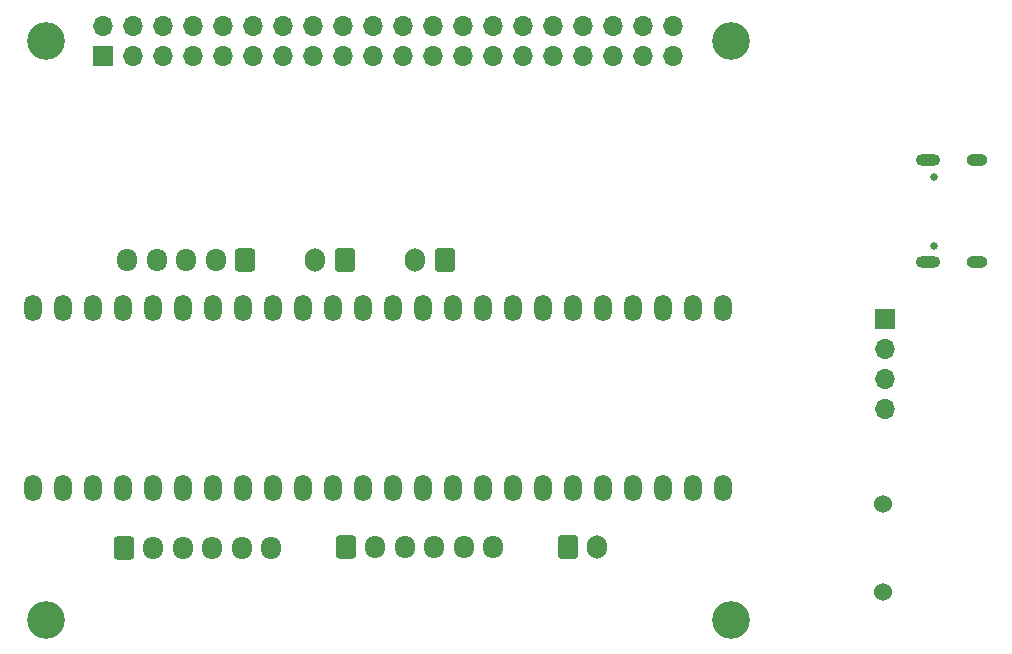
<source format=gbr>
%TF.GenerationSoftware,KiCad,Pcbnew,8.0.8*%
%TF.CreationDate,2025-03-09T10:32:03-07:00*%
%TF.ProjectId,live-video-multi-function-board,6c697665-2d76-4696-9465-6f2d6d756c74,rev?*%
%TF.SameCoordinates,Original*%
%TF.FileFunction,Soldermask,Bot*%
%TF.FilePolarity,Negative*%
%FSLAX46Y46*%
G04 Gerber Fmt 4.6, Leading zero omitted, Abs format (unit mm)*
G04 Created by KiCad (PCBNEW 8.0.8) date 2025-03-09 10:32:03*
%MOMM*%
%LPD*%
G01*
G04 APERTURE LIST*
G04 Aperture macros list*
%AMRoundRect*
0 Rectangle with rounded corners*
0 $1 Rounding radius*
0 $2 $3 $4 $5 $6 $7 $8 $9 X,Y pos of 4 corners*
0 Add a 4 corners polygon primitive as box body*
4,1,4,$2,$3,$4,$5,$6,$7,$8,$9,$2,$3,0*
0 Add four circle primitives for the rounded corners*
1,1,$1+$1,$2,$3*
1,1,$1+$1,$4,$5*
1,1,$1+$1,$6,$7*
1,1,$1+$1,$8,$9*
0 Add four rect primitives between the rounded corners*
20,1,$1+$1,$2,$3,$4,$5,0*
20,1,$1+$1,$4,$5,$6,$7,0*
20,1,$1+$1,$6,$7,$8,$9,0*
20,1,$1+$1,$8,$9,$2,$3,0*%
G04 Aperture macros list end*
%ADD10RoundRect,0.250000X-0.600000X-0.750000X0.600000X-0.750000X0.600000X0.750000X-0.600000X0.750000X0*%
%ADD11O,1.700000X2.000000*%
%ADD12RoundRect,0.250000X0.600000X0.750000X-0.600000X0.750000X-0.600000X-0.750000X0.600000X-0.750000X0*%
%ADD13RoundRect,0.250000X-0.600000X-0.725000X0.600000X-0.725000X0.600000X0.725000X-0.600000X0.725000X0*%
%ADD14O,1.700000X1.950000*%
%ADD15RoundRect,0.250000X0.600000X0.725000X-0.600000X0.725000X-0.600000X-0.725000X0.600000X-0.725000X0*%
%ADD16C,0.650000*%
%ADD17O,2.100000X1.000000*%
%ADD18O,1.800000X1.000000*%
%ADD19C,3.200000*%
%ADD20R,1.700000X1.700000*%
%ADD21O,1.700000X1.700000*%
%ADD22C,1.524000*%
%ADD23O,1.500000X2.250000*%
G04 APERTURE END LIST*
D10*
%TO.C,J8*%
X152500000Y-114400000D03*
D11*
X155000000Y-114400000D03*
%TD*%
D12*
%TO.C,J4*%
X142100000Y-90060000D03*
D11*
X139600000Y-90060000D03*
%TD*%
D13*
%TO.C,J9*%
X114900000Y-114425000D03*
D14*
X117400000Y-114425000D03*
X119900000Y-114425000D03*
X122400000Y-114425000D03*
X124900000Y-114425000D03*
X127400000Y-114425000D03*
%TD*%
D15*
%TO.C,J1*%
X125200000Y-90060000D03*
D14*
X122700000Y-90060000D03*
X120200000Y-90060000D03*
X117700000Y-90060000D03*
X115200000Y-90060000D03*
%TD*%
D16*
%TO.C,J10*%
X183500000Y-88850000D03*
X183500000Y-83070000D03*
D17*
X183000000Y-90280000D03*
D18*
X187180000Y-90280000D03*
D17*
X183000000Y-81640000D03*
D18*
X187180000Y-81640000D03*
%TD*%
D19*
%TO.C,H3*%
X108300000Y-120510000D03*
%TD*%
D20*
%TO.C,J6*%
X179350000Y-95040000D03*
D21*
X179350000Y-97580000D03*
X179350000Y-100120000D03*
X179350000Y-102660000D03*
%TD*%
D19*
%TO.C,H4*%
X166300000Y-120510000D03*
%TD*%
%TO.C,H2*%
X166300000Y-71510000D03*
%TD*%
%TO.C,H1*%
X108300000Y-71510000D03*
%TD*%
D12*
%TO.C,J7*%
X133650000Y-90060000D03*
D11*
X131150000Y-90060000D03*
%TD*%
D22*
%TO.C,BZ1*%
X179200000Y-110710000D03*
X179200000Y-118210000D03*
%TD*%
D13*
%TO.C,J3*%
X133700000Y-114400000D03*
D14*
X136200000Y-114400000D03*
X138700000Y-114400000D03*
X141200000Y-114400000D03*
X143700000Y-114400000D03*
X146200000Y-114400000D03*
%TD*%
D23*
%TO.C,Teensy4.1*%
X109770000Y-109400000D03*
X112310000Y-109400000D03*
X114850000Y-109400000D03*
X117390000Y-109400000D03*
X142790000Y-109400000D03*
X112310000Y-94160000D03*
X119930000Y-109400000D03*
X122470000Y-109400000D03*
X107230000Y-94160000D03*
X125010000Y-109400000D03*
X127550000Y-109400000D03*
X130090000Y-109400000D03*
X132630000Y-109400000D03*
X135170000Y-109400000D03*
X137710000Y-109400000D03*
X140250000Y-109400000D03*
X140250000Y-94160000D03*
X137710000Y-94160000D03*
X135170000Y-94160000D03*
X132630000Y-94160000D03*
X130090000Y-94160000D03*
X127550000Y-94160000D03*
X125010000Y-94160000D03*
X122470000Y-94160000D03*
X119930000Y-94160000D03*
X117390000Y-94160000D03*
X114850000Y-94160000D03*
X145330000Y-109400000D03*
X147870000Y-109400000D03*
X150410000Y-109400000D03*
X152950000Y-109400000D03*
X155490000Y-109400000D03*
X158030000Y-109400000D03*
X160570000Y-109400000D03*
X163110000Y-109400000D03*
X165650000Y-109400000D03*
X165650000Y-94160000D03*
X163110000Y-94160000D03*
X160570000Y-94160000D03*
X158030000Y-94160000D03*
X155490000Y-94160000D03*
X152950000Y-94160000D03*
X150410000Y-94160000D03*
X147870000Y-94160000D03*
X145330000Y-94160000D03*
X107230000Y-109400000D03*
X109770000Y-94160000D03*
X142790000Y-94160000D03*
%TD*%
D20*
%TO.C,J2*%
X113200000Y-72780000D03*
D21*
X113200000Y-70240000D03*
X115740000Y-72780000D03*
X115740000Y-70240000D03*
X118280000Y-72780000D03*
X118280000Y-70240000D03*
X120820000Y-72780000D03*
X120820000Y-70240000D03*
X123360000Y-72780000D03*
X123360000Y-70240000D03*
X125900000Y-72780000D03*
X125900000Y-70240000D03*
X128440000Y-72780000D03*
X128440000Y-70240000D03*
X130980000Y-72780000D03*
X130980000Y-70240000D03*
X133520000Y-72780000D03*
X133520000Y-70240000D03*
X136060000Y-72780000D03*
X136060000Y-70240000D03*
X138600000Y-72780000D03*
X138600000Y-70240000D03*
X141140000Y-72780000D03*
X141140000Y-70240000D03*
X143680000Y-72780000D03*
X143680000Y-70240000D03*
X146220000Y-72780000D03*
X146220000Y-70240000D03*
X148760000Y-72780000D03*
X148760000Y-70240000D03*
X151300000Y-72780000D03*
X151300000Y-70240000D03*
X153840000Y-72780000D03*
X153840000Y-70240000D03*
X156380000Y-72780000D03*
X156380000Y-70240000D03*
X158920000Y-72780000D03*
X158920000Y-70240000D03*
X161460000Y-72780000D03*
X161460000Y-70240000D03*
%TD*%
M02*

</source>
